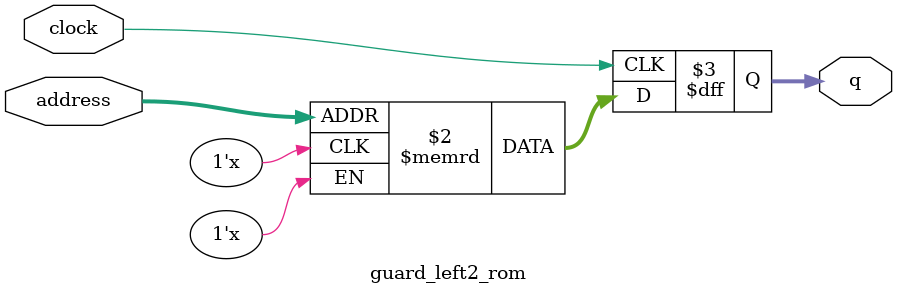
<source format=sv>
module guard_left2_rom (
	input logic clock,
	input logic [9:0] address,
	output logic [3:0] q
);

logic [3:0] memory [0:944] /* synthesis ram_init_file = "./guard_left2.mif" */;

always_ff @ (posedge clock) begin
	q <= memory[address];
end

endmodule

</source>
